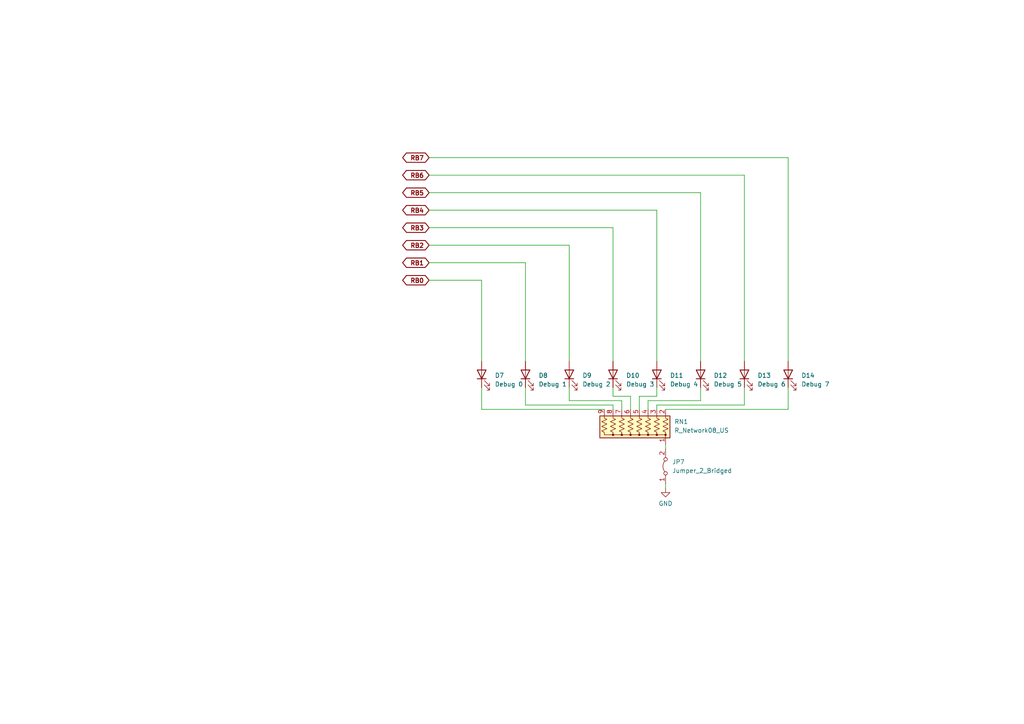
<source format=kicad_sch>
(kicad_sch (version 20211123) (generator eeschema)

  (uuid 31d4d824-fa3f-4f73-a983-6b77b692d6db)

  (paper "A4")

  (lib_symbols
    (symbol "Device:LED" (pin_numbers hide) (pin_names (offset 1.016) hide) (in_bom yes) (on_board yes)
      (property "Reference" "D" (id 0) (at 0 2.54 0)
        (effects (font (size 1.27 1.27)))
      )
      (property "Value" "LED" (id 1) (at 0 -2.54 0)
        (effects (font (size 1.27 1.27)))
      )
      (property "Footprint" "" (id 2) (at 0 0 0)
        (effects (font (size 1.27 1.27)) hide)
      )
      (property "Datasheet" "~" (id 3) (at 0 0 0)
        (effects (font (size 1.27 1.27)) hide)
      )
      (property "ki_keywords" "LED diode" (id 4) (at 0 0 0)
        (effects (font (size 1.27 1.27)) hide)
      )
      (property "ki_description" "Light emitting diode" (id 5) (at 0 0 0)
        (effects (font (size 1.27 1.27)) hide)
      )
      (property "ki_fp_filters" "LED* LED_SMD:* LED_THT:*" (id 6) (at 0 0 0)
        (effects (font (size 1.27 1.27)) hide)
      )
      (symbol "LED_0_1"
        (polyline
          (pts
            (xy -1.27 -1.27)
            (xy -1.27 1.27)
          )
          (stroke (width 0.254) (type default) (color 0 0 0 0))
          (fill (type none))
        )
        (polyline
          (pts
            (xy -1.27 0)
            (xy 1.27 0)
          )
          (stroke (width 0) (type default) (color 0 0 0 0))
          (fill (type none))
        )
        (polyline
          (pts
            (xy 1.27 -1.27)
            (xy 1.27 1.27)
            (xy -1.27 0)
            (xy 1.27 -1.27)
          )
          (stroke (width 0.254) (type default) (color 0 0 0 0))
          (fill (type none))
        )
        (polyline
          (pts
            (xy -3.048 -0.762)
            (xy -4.572 -2.286)
            (xy -3.81 -2.286)
            (xy -4.572 -2.286)
            (xy -4.572 -1.524)
          )
          (stroke (width 0) (type default) (color 0 0 0 0))
          (fill (type none))
        )
        (polyline
          (pts
            (xy -1.778 -0.762)
            (xy -3.302 -2.286)
            (xy -2.54 -2.286)
            (xy -3.302 -2.286)
            (xy -3.302 -1.524)
          )
          (stroke (width 0) (type default) (color 0 0 0 0))
          (fill (type none))
        )
      )
      (symbol "LED_1_1"
        (pin passive line (at -3.81 0 0) (length 2.54)
          (name "K" (effects (font (size 1.27 1.27))))
          (number "1" (effects (font (size 1.27 1.27))))
        )
        (pin passive line (at 3.81 0 180) (length 2.54)
          (name "A" (effects (font (size 1.27 1.27))))
          (number "2" (effects (font (size 1.27 1.27))))
        )
      )
    )
    (symbol "Device:R_Network08_US" (pin_names (offset 0) hide) (in_bom yes) (on_board yes)
      (property "Reference" "RN" (id 0) (at -12.7 0 90)
        (effects (font (size 1.27 1.27)))
      )
      (property "Value" "R_Network08_US" (id 1) (at 10.16 0 90)
        (effects (font (size 1.27 1.27)))
      )
      (property "Footprint" "Resistor_THT:R_Array_SIP9" (id 2) (at 12.065 0 90)
        (effects (font (size 1.27 1.27)) hide)
      )
      (property "Datasheet" "http://www.vishay.com/docs/31509/csc.pdf" (id 3) (at 0 0 0)
        (effects (font (size 1.27 1.27)) hide)
      )
      (property "ki_keywords" "R network star-topology" (id 4) (at 0 0 0)
        (effects (font (size 1.27 1.27)) hide)
      )
      (property "ki_description" "8 resistor network, star topology, bussed resistors, small US symbol" (id 5) (at 0 0 0)
        (effects (font (size 1.27 1.27)) hide)
      )
      (property "ki_fp_filters" "R?Array?SIP*" (id 6) (at 0 0 0)
        (effects (font (size 1.27 1.27)) hide)
      )
      (symbol "R_Network08_US_0_1"
        (rectangle (start -11.43 -3.175) (end 8.89 3.175)
          (stroke (width 0.254) (type default) (color 0 0 0 0))
          (fill (type background))
        )
        (circle (center -10.16 2.286) (radius 0.254)
          (stroke (width 0) (type default) (color 0 0 0 0))
          (fill (type outline))
        )
        (circle (center -7.62 2.286) (radius 0.254)
          (stroke (width 0) (type default) (color 0 0 0 0))
          (fill (type outline))
        )
        (circle (center -5.08 2.286) (radius 0.254)
          (stroke (width 0) (type default) (color 0 0 0 0))
          (fill (type outline))
        )
        (circle (center -2.54 2.286) (radius 0.254)
          (stroke (width 0) (type default) (color 0 0 0 0))
          (fill (type outline))
        )
        (polyline
          (pts
            (xy -10.16 2.286)
            (xy 7.62 2.286)
          )
          (stroke (width 0) (type default) (color 0 0 0 0))
          (fill (type none))
        )
        (polyline
          (pts
            (xy -10.16 2.286)
            (xy -10.16 1.524)
            (xy -9.398 1.1684)
            (xy -10.922 0.508)
            (xy -9.398 -0.1524)
            (xy -10.922 -0.8382)
            (xy -9.398 -1.524)
            (xy -10.922 -2.1844)
            (xy -10.16 -2.54)
            (xy -10.16 -3.81)
          )
          (stroke (width 0) (type default) (color 0 0 0 0))
          (fill (type none))
        )
        (polyline
          (pts
            (xy -7.62 2.286)
            (xy -7.62 1.524)
            (xy -6.858 1.1684)
            (xy -8.382 0.508)
            (xy -6.858 -0.1524)
            (xy -8.382 -0.8382)
            (xy -6.858 -1.524)
            (xy -8.382 -2.1844)
            (xy -7.62 -2.54)
            (xy -7.62 -3.81)
          )
          (stroke (width 0) (type default) (color 0 0 0 0))
          (fill (type none))
        )
        (polyline
          (pts
            (xy -5.08 2.286)
            (xy -5.08 1.524)
            (xy -4.318 1.1684)
            (xy -5.842 0.508)
            (xy -4.318 -0.1524)
            (xy -5.842 -0.8382)
            (xy -4.318 -1.524)
            (xy -5.842 -2.1844)
            (xy -5.08 -2.54)
            (xy -5.08 -3.81)
          )
          (stroke (width 0) (type default) (color 0 0 0 0))
          (fill (type none))
        )
        (polyline
          (pts
            (xy -2.54 2.286)
            (xy -2.54 1.524)
            (xy -1.778 1.1684)
            (xy -3.302 0.508)
            (xy -1.778 -0.1524)
            (xy -3.302 -0.8382)
            (xy -1.778 -1.524)
            (xy -3.302 -2.1844)
            (xy -2.54 -2.54)
            (xy -2.54 -3.81)
          )
          (stroke (width 0) (type default) (color 0 0 0 0))
          (fill (type none))
        )
        (polyline
          (pts
            (xy 0 2.286)
            (xy 0 1.524)
            (xy 0.762 1.1684)
            (xy -0.762 0.508)
            (xy 0.762 -0.1524)
            (xy -0.762 -0.8382)
            (xy 0.762 -1.524)
            (xy -0.762 -2.1844)
            (xy 0 -2.54)
            (xy 0 -3.81)
          )
          (stroke (width 0) (type default) (color 0 0 0 0))
          (fill (type none))
        )
        (polyline
          (pts
            (xy 2.54 2.286)
            (xy 2.54 1.524)
            (xy 3.302 1.1684)
            (xy 1.778 0.508)
            (xy 3.302 -0.1524)
            (xy 1.778 -0.8382)
            (xy 3.302 -1.524)
            (xy 1.778 -2.1844)
            (xy 2.54 -2.54)
            (xy 2.54 -3.81)
          )
          (stroke (width 0) (type default) (color 0 0 0 0))
          (fill (type none))
        )
        (polyline
          (pts
            (xy 5.08 2.286)
            (xy 5.08 1.524)
            (xy 5.842 1.1684)
            (xy 4.318 0.508)
            (xy 5.842 -0.1524)
            (xy 4.318 -0.8382)
            (xy 5.842 -1.524)
            (xy 4.318 -2.1844)
            (xy 5.08 -2.54)
            (xy 5.08 -3.81)
          )
          (stroke (width 0) (type default) (color 0 0 0 0))
          (fill (type none))
        )
        (polyline
          (pts
            (xy 7.62 2.286)
            (xy 7.62 1.524)
            (xy 8.382 1.1684)
            (xy 6.858 0.508)
            (xy 8.382 -0.1524)
            (xy 6.858 -0.8382)
            (xy 8.382 -1.524)
            (xy 6.858 -2.1844)
            (xy 7.62 -2.54)
            (xy 7.62 -3.81)
          )
          (stroke (width 0) (type default) (color 0 0 0 0))
          (fill (type none))
        )
        (circle (center 0 2.286) (radius 0.254)
          (stroke (width 0) (type default) (color 0 0 0 0))
          (fill (type outline))
        )
        (circle (center 2.54 2.286) (radius 0.254)
          (stroke (width 0) (type default) (color 0 0 0 0))
          (fill (type outline))
        )
        (circle (center 5.08 2.286) (radius 0.254)
          (stroke (width 0) (type default) (color 0 0 0 0))
          (fill (type outline))
        )
      )
      (symbol "R_Network08_US_1_1"
        (pin passive line (at -10.16 5.08 270) (length 2.54)
          (name "common" (effects (font (size 1.27 1.27))))
          (number "1" (effects (font (size 1.27 1.27))))
        )
        (pin passive line (at -10.16 -5.08 90) (length 1.27)
          (name "R1" (effects (font (size 1.27 1.27))))
          (number "2" (effects (font (size 1.27 1.27))))
        )
        (pin passive line (at -7.62 -5.08 90) (length 1.27)
          (name "R2" (effects (font (size 1.27 1.27))))
          (number "3" (effects (font (size 1.27 1.27))))
        )
        (pin passive line (at -5.08 -5.08 90) (length 1.27)
          (name "R3" (effects (font (size 1.27 1.27))))
          (number "4" (effects (font (size 1.27 1.27))))
        )
        (pin passive line (at -2.54 -5.08 90) (length 1.27)
          (name "R4" (effects (font (size 1.27 1.27))))
          (number "5" (effects (font (size 1.27 1.27))))
        )
        (pin passive line (at 0 -5.08 90) (length 1.27)
          (name "R5" (effects (font (size 1.27 1.27))))
          (number "6" (effects (font (size 1.27 1.27))))
        )
        (pin passive line (at 2.54 -5.08 90) (length 1.27)
          (name "R6" (effects (font (size 1.27 1.27))))
          (number "7" (effects (font (size 1.27 1.27))))
        )
        (pin passive line (at 5.08 -5.08 90) (length 1.27)
          (name "R7" (effects (font (size 1.27 1.27))))
          (number "8" (effects (font (size 1.27 1.27))))
        )
        (pin passive line (at 7.62 -5.08 90) (length 1.27)
          (name "R8" (effects (font (size 1.27 1.27))))
          (number "9" (effects (font (size 1.27 1.27))))
        )
      )
    )
    (symbol "Jumper:Jumper_2_Bridged" (pin_names (offset 0) hide) (in_bom yes) (on_board yes)
      (property "Reference" "JP" (id 0) (at 0 1.905 0)
        (effects (font (size 1.27 1.27)))
      )
      (property "Value" "Jumper_2_Bridged" (id 1) (at 0 -2.54 0)
        (effects (font (size 1.27 1.27)))
      )
      (property "Footprint" "" (id 2) (at 0 0 0)
        (effects (font (size 1.27 1.27)) hide)
      )
      (property "Datasheet" "~" (id 3) (at 0 0 0)
        (effects (font (size 1.27 1.27)) hide)
      )
      (property "ki_keywords" "Jumper SPST" (id 4) (at 0 0 0)
        (effects (font (size 1.27 1.27)) hide)
      )
      (property "ki_description" "Jumper, 2-pole, closed/bridged" (id 5) (at 0 0 0)
        (effects (font (size 1.27 1.27)) hide)
      )
      (property "ki_fp_filters" "Jumper* TestPoint*2Pads* TestPoint*Bridge*" (id 6) (at 0 0 0)
        (effects (font (size 1.27 1.27)) hide)
      )
      (symbol "Jumper_2_Bridged_0_0"
        (circle (center -2.032 0) (radius 0.508)
          (stroke (width 0) (type default) (color 0 0 0 0))
          (fill (type none))
        )
        (circle (center 2.032 0) (radius 0.508)
          (stroke (width 0) (type default) (color 0 0 0 0))
          (fill (type none))
        )
      )
      (symbol "Jumper_2_Bridged_0_1"
        (arc (start 1.524 0.254) (mid 0 0.762) (end -1.524 0.254)
          (stroke (width 0) (type default) (color 0 0 0 0))
          (fill (type none))
        )
      )
      (symbol "Jumper_2_Bridged_1_1"
        (pin passive line (at -5.08 0 0) (length 2.54)
          (name "A" (effects (font (size 1.27 1.27))))
          (number "1" (effects (font (size 1.27 1.27))))
        )
        (pin passive line (at 5.08 0 180) (length 2.54)
          (name "B" (effects (font (size 1.27 1.27))))
          (number "2" (effects (font (size 1.27 1.27))))
        )
      )
    )
    (symbol "power:GND" (power) (pin_names (offset 0)) (in_bom yes) (on_board yes)
      (property "Reference" "#PWR" (id 0) (at 0 -6.35 0)
        (effects (font (size 1.27 1.27)) hide)
      )
      (property "Value" "GND" (id 1) (at 0 -3.81 0)
        (effects (font (size 1.27 1.27)))
      )
      (property "Footprint" "" (id 2) (at 0 0 0)
        (effects (font (size 1.27 1.27)) hide)
      )
      (property "Datasheet" "" (id 3) (at 0 0 0)
        (effects (font (size 1.27 1.27)) hide)
      )
      (property "ki_keywords" "power-flag" (id 4) (at 0 0 0)
        (effects (font (size 1.27 1.27)) hide)
      )
      (property "ki_description" "Power symbol creates a global label with name \"GND\" , ground" (id 5) (at 0 0 0)
        (effects (font (size 1.27 1.27)) hide)
      )
      (symbol "GND_0_1"
        (polyline
          (pts
            (xy 0 0)
            (xy 0 -1.27)
            (xy 1.27 -1.27)
            (xy 0 -2.54)
            (xy -1.27 -1.27)
            (xy 0 -1.27)
          )
          (stroke (width 0) (type default) (color 0 0 0 0))
          (fill (type none))
        )
      )
      (symbol "GND_1_1"
        (pin power_in line (at 0 0 270) (length 0) hide
          (name "GND" (effects (font (size 1.27 1.27))))
          (number "1" (effects (font (size 1.27 1.27))))
        )
      )
    )
  )


  (wire (pts (xy 228.6 112.395) (xy 228.6 118.745))
    (stroke (width 0) (type default) (color 0 0 0 0))
    (uuid 01ed2f85-4f28-432a-84c1-4c0072fd46e3)
  )
  (wire (pts (xy 152.4 112.395) (xy 152.4 117.475))
    (stroke (width 0) (type default) (color 0 0 0 0))
    (uuid 084002e1-72a7-437f-b586-bd62b1358379)
  )
  (wire (pts (xy 193.04 140.335) (xy 193.04 141.605))
    (stroke (width 0) (type default) (color 0 0 0 0))
    (uuid 0908d014-a548-4233-95a4-bf76e43da03e)
  )
  (wire (pts (xy 177.8 114.935) (xy 182.88 114.935))
    (stroke (width 0) (type default) (color 0 0 0 0))
    (uuid 0b900f27-0c59-4583-9a55-b6cf0645d118)
  )
  (wire (pts (xy 190.5 60.96) (xy 190.5 104.775))
    (stroke (width 0) (type default) (color 0 0 0 0))
    (uuid 0d7286d4-28d6-4dd8-ab5b-0f7b2cf3d84d)
  )
  (wire (pts (xy 180.34 116.205) (xy 180.34 118.745))
    (stroke (width 0) (type default) (color 0 0 0 0))
    (uuid 1965d59c-bdb0-4091-8fba-2825e80311b1)
  )
  (wire (pts (xy 165.1 104.775) (xy 165.1 71.12))
    (stroke (width 0) (type default) (color 0 0 0 0))
    (uuid 1cb3ae9e-8639-4313-92b3-6693d1e6e395)
  )
  (wire (pts (xy 203.2 55.88) (xy 124.46 55.88))
    (stroke (width 0) (type default) (color 0 0 0 0))
    (uuid 20d1c083-cdf8-4cd1-9724-1aaf093ec13c)
  )
  (wire (pts (xy 215.9 117.475) (xy 190.5 117.475))
    (stroke (width 0) (type default) (color 0 0 0 0))
    (uuid 20d83623-f242-4d7f-be85-242006ec1980)
  )
  (wire (pts (xy 228.6 118.745) (xy 193.04 118.745))
    (stroke (width 0) (type default) (color 0 0 0 0))
    (uuid 274b8c99-ec8c-4fb3-bf96-0368bcf3e96c)
  )
  (wire (pts (xy 124.46 60.96) (xy 190.5 60.96))
    (stroke (width 0) (type default) (color 0 0 0 0))
    (uuid 2949c690-4af3-4393-a998-f1fd66b50602)
  )
  (wire (pts (xy 203.2 112.395) (xy 203.2 116.205))
    (stroke (width 0) (type default) (color 0 0 0 0))
    (uuid 2da7270c-ddce-481e-a7b6-3a70716a6dc5)
  )
  (wire (pts (xy 190.5 112.395) (xy 190.5 114.935))
    (stroke (width 0) (type default) (color 0 0 0 0))
    (uuid 3270db57-6ace-49b9-89e9-2f8143a333b5)
  )
  (wire (pts (xy 203.2 104.775) (xy 203.2 55.88))
    (stroke (width 0) (type default) (color 0 0 0 0))
    (uuid 3fd63ce6-f9e5-45da-8476-e3f26a94ae28)
  )
  (wire (pts (xy 165.1 71.12) (xy 124.46 71.12))
    (stroke (width 0) (type default) (color 0 0 0 0))
    (uuid 54fec53c-03c1-4359-a909-0b23d08e68f4)
  )
  (wire (pts (xy 165.1 116.205) (xy 180.34 116.205))
    (stroke (width 0) (type default) (color 0 0 0 0))
    (uuid 5d0ca7ae-4aa6-4fce-a4df-0cb55427b4d4)
  )
  (wire (pts (xy 139.7 104.775) (xy 139.7 81.28))
    (stroke (width 0) (type default) (color 0 0 0 0))
    (uuid 5d231739-ff4c-470b-a76b-54acc02bd3e9)
  )
  (wire (pts (xy 152.4 117.475) (xy 177.8 117.475))
    (stroke (width 0) (type default) (color 0 0 0 0))
    (uuid 60884fc4-8b4a-462f-b56c-3295841d1c73)
  )
  (wire (pts (xy 177.8 104.775) (xy 177.8 66.04))
    (stroke (width 0) (type default) (color 0 0 0 0))
    (uuid 6be01060-cb1d-41aa-b4ba-b30fc21ceb95)
  )
  (wire (pts (xy 187.96 116.205) (xy 187.96 118.745))
    (stroke (width 0) (type default) (color 0 0 0 0))
    (uuid 7656cb43-7329-4230-8a91-cc0769f0afe1)
  )
  (wire (pts (xy 165.1 112.395) (xy 165.1 116.205))
    (stroke (width 0) (type default) (color 0 0 0 0))
    (uuid 7cef85e2-0872-4389-92bd-1c56cc826bc3)
  )
  (wire (pts (xy 228.6 104.775) (xy 228.6 45.72))
    (stroke (width 0) (type default) (color 0 0 0 0))
    (uuid 839fd4de-6bee-4f34-bb68-262b4b1f43d0)
  )
  (wire (pts (xy 139.7 112.395) (xy 139.7 118.745))
    (stroke (width 0) (type default) (color 0 0 0 0))
    (uuid 847dacf3-0b21-4991-b8bb-f681cc03db31)
  )
  (wire (pts (xy 190.5 117.475) (xy 190.5 118.745))
    (stroke (width 0) (type default) (color 0 0 0 0))
    (uuid 903a7851-2e17-4509-8670-bd1f775618e7)
  )
  (wire (pts (xy 185.42 114.935) (xy 185.42 118.745))
    (stroke (width 0) (type default) (color 0 0 0 0))
    (uuid 952688c6-a1a9-4e25-bf6b-aca0678b9fbc)
  )
  (wire (pts (xy 139.7 81.28) (xy 124.46 81.28))
    (stroke (width 0) (type default) (color 0 0 0 0))
    (uuid 9892b9a1-c668-425c-85e4-8313281a5618)
  )
  (wire (pts (xy 190.5 114.935) (xy 185.42 114.935))
    (stroke (width 0) (type default) (color 0 0 0 0))
    (uuid 99312b0b-c9d2-498f-93a5-110e2cd8730a)
  )
  (wire (pts (xy 177.8 117.475) (xy 177.8 118.745))
    (stroke (width 0) (type default) (color 0 0 0 0))
    (uuid 9e9e59aa-f274-4e2a-adf0-807b40476dd1)
  )
  (wire (pts (xy 124.46 76.2) (xy 152.4 76.2))
    (stroke (width 0) (type default) (color 0 0 0 0))
    (uuid a054c65c-23f7-422f-9d6d-384acc0b39a5)
  )
  (wire (pts (xy 177.8 66.04) (xy 124.46 66.04))
    (stroke (width 0) (type default) (color 0 0 0 0))
    (uuid af19a0dc-9639-48e8-b178-fc6fbb8db2e8)
  )
  (wire (pts (xy 139.7 118.745) (xy 175.26 118.745))
    (stroke (width 0) (type default) (color 0 0 0 0))
    (uuid aff20bfb-a38d-483c-a44d-9d6cbe006bfa)
  )
  (wire (pts (xy 215.9 50.8) (xy 215.9 104.775))
    (stroke (width 0) (type default) (color 0 0 0 0))
    (uuid b35ba7f2-82ad-41b1-860c-f8865c3fba17)
  )
  (wire (pts (xy 215.9 112.395) (xy 215.9 117.475))
    (stroke (width 0) (type default) (color 0 0 0 0))
    (uuid ba85a3d9-9aac-424e-ad40-1f63df9a095b)
  )
  (wire (pts (xy 193.04 128.905) (xy 193.04 130.175))
    (stroke (width 0) (type default) (color 0 0 0 0))
    (uuid c15cebbb-a6ee-4e47-89b1-ddec340a2783)
  )
  (wire (pts (xy 177.8 112.395) (xy 177.8 114.935))
    (stroke (width 0) (type default) (color 0 0 0 0))
    (uuid c4d55d89-b74d-4283-becd-bfc4db73de70)
  )
  (wire (pts (xy 182.88 114.935) (xy 182.88 118.745))
    (stroke (width 0) (type default) (color 0 0 0 0))
    (uuid c6eaca22-6c0e-486e-8890-b94a964b872e)
  )
  (wire (pts (xy 124.46 50.8) (xy 215.9 50.8))
    (stroke (width 0) (type default) (color 0 0 0 0))
    (uuid dab86d41-02c2-43f1-beb7-95c50c0ee123)
  )
  (wire (pts (xy 152.4 76.2) (xy 152.4 104.775))
    (stroke (width 0) (type default) (color 0 0 0 0))
    (uuid e6a48e10-c4fa-4c72-af04-a6844433e597)
  )
  (wire (pts (xy 203.2 116.205) (xy 187.96 116.205))
    (stroke (width 0) (type default) (color 0 0 0 0))
    (uuid ea93bfc3-57b5-496e-8114-556159b339fe)
  )
  (wire (pts (xy 124.46 45.72) (xy 228.6 45.72))
    (stroke (width 0) (type default) (color 0 0 0 0))
    (uuid f80beb1e-3945-4608-969c-ea65260003ef)
  )

  (global_label "RB3" (shape bidirectional) (at 124.46 66.04 180) (fields_autoplaced)
    (effects (font (size 1.27 1.27) bold) (justify right))
    (uuid 3a8a8af5-fe8e-478b-8b3b-47dbb92098a0)
    (property "Intersheet References" "${INTERSHEET_REFS}" (id 0) (at 118.107 66.167 0)
      (effects (font (size 1.27 1.27) bold) (justify right) hide)
    )
  )
  (global_label "RB7" (shape bidirectional) (at 124.46 45.72 180) (fields_autoplaced)
    (effects (font (size 1.27 1.27) bold) (justify right))
    (uuid 3a8da08f-671c-4961-9e59-b9f9f6f59f40)
    (property "Intersheet References" "${INTERSHEET_REFS}" (id 0) (at 118.107 45.847 0)
      (effects (font (size 1.27 1.27) bold) (justify right) hide)
    )
  )
  (global_label "RB6" (shape bidirectional) (at 124.46 50.8 180) (fields_autoplaced)
    (effects (font (size 1.27 1.27) bold) (justify right))
    (uuid 8ec64d82-2363-409c-b276-2562d28f496f)
    (property "Intersheet References" "${INTERSHEET_REFS}" (id 0) (at 118.107 50.927 0)
      (effects (font (size 1.27 1.27) bold) (justify right) hide)
    )
  )
  (global_label "RB4" (shape bidirectional) (at 124.46 60.96 180) (fields_autoplaced)
    (effects (font (size 1.27 1.27) bold) (justify right))
    (uuid 96c87177-4dca-4d03-a115-9e5d470ae25d)
    (property "Intersheet References" "${INTERSHEET_REFS}" (id 0) (at 118.107 61.087 0)
      (effects (font (size 1.27 1.27) bold) (justify right) hide)
    )
  )
  (global_label "RB2" (shape bidirectional) (at 124.46 71.12 180) (fields_autoplaced)
    (effects (font (size 1.27 1.27) bold) (justify right))
    (uuid 9d7fb73d-2f70-4c63-a519-17b6f1e22909)
    (property "Intersheet References" "${INTERSHEET_REFS}" (id 0) (at 118.107 71.247 0)
      (effects (font (size 1.27 1.27) bold) (justify right) hide)
    )
  )
  (global_label "RB1" (shape bidirectional) (at 124.46 76.2 180) (fields_autoplaced)
    (effects (font (size 1.27 1.27) bold) (justify right))
    (uuid cf02358c-777a-4a61-9486-2be6adb509a9)
    (property "Intersheet References" "${INTERSHEET_REFS}" (id 0) (at 118.107 76.327 0)
      (effects (font (size 1.27 1.27) bold) (justify right) hide)
    )
  )
  (global_label "RB5" (shape bidirectional) (at 124.46 55.88 180) (fields_autoplaced)
    (effects (font (size 1.27 1.27) bold) (justify right))
    (uuid d3bf2054-44a4-4c81-bf69-921774248769)
    (property "Intersheet References" "${INTERSHEET_REFS}" (id 0) (at 118.107 56.007 0)
      (effects (font (size 1.27 1.27) bold) (justify right) hide)
    )
  )
  (global_label "RB0" (shape bidirectional) (at 124.46 81.28 180) (fields_autoplaced)
    (effects (font (size 1.27 1.27) bold) (justify right))
    (uuid dfd7efa9-041f-46eb-9ae0-397ef4385b5d)
    (property "Intersheet References" "${INTERSHEET_REFS}" (id 0) (at 118.107 81.407 0)
      (effects (font (size 1.27 1.27) bold) (justify right) hide)
    )
  )

  (symbol (lib_id "Device:LED") (at 139.7 108.585 90) (unit 1)
    (in_bom yes) (on_board yes) (fields_autoplaced)
    (uuid 094a0c1f-b730-467c-a18f-bd93e610cadb)
    (property "Reference" "D7" (id 0) (at 143.51 108.9024 90)
      (effects (font (size 1.27 1.27)) (justify right))
    )
    (property "Value" "Debug 0" (id 1) (at 143.51 111.4424 90)
      (effects (font (size 1.27 1.27)) (justify right))
    )
    (property "Footprint" "Diode_SMD:D_0805_2012Metric_Pad1.15x1.40mm_HandSolder" (id 2) (at 139.7 108.585 0)
      (effects (font (size 1.27 1.27)) hide)
    )
    (property "Datasheet" "~" (id 3) (at 139.7 108.585 0)
      (effects (font (size 1.27 1.27)) hide)
    )
    (pin "1" (uuid bb371772-d0f6-470c-9b89-1b784a7f6d1c))
    (pin "2" (uuid 122c178e-01e0-47d8-bbf7-ab6f7ee373d7))
  )

  (symbol (lib_id "Device:R_Network08_US") (at 182.88 123.825 180) (unit 1)
    (in_bom yes) (on_board yes) (fields_autoplaced)
    (uuid 16eb2dc7-5858-4824-8132-5539c8926762)
    (property "Reference" "RN1" (id 0) (at 195.58 122.3009 0)
      (effects (font (size 1.27 1.27)) (justify right))
    )
    (property "Value" "R_Network08_US" (id 1) (at 195.58 124.8409 0)
      (effects (font (size 1.27 1.27)) (justify right))
    )
    (property "Footprint" "Resistor_THT:R_Array_SIP9" (id 2) (at 170.815 123.825 90)
      (effects (font (size 1.27 1.27)) hide)
    )
    (property "Datasheet" "http://www.vishay.com/docs/31509/csc.pdf" (id 3) (at 182.88 123.825 0)
      (effects (font (size 1.27 1.27)) hide)
    )
    (pin "1" (uuid 799984b0-b44f-4b3d-9e97-2d96280b2ac3))
    (pin "2" (uuid 3c9069a7-4381-4e8c-8f18-e70ff974d619))
    (pin "3" (uuid 5fdcb0aa-6b37-4c13-949a-5c1d4f72880d))
    (pin "4" (uuid fac8b674-4c67-4e6e-9615-41a362cce8b4))
    (pin "5" (uuid 0879be65-2563-46e9-b3e7-188ac9968573))
    (pin "6" (uuid 02ff266e-f817-450c-9a85-2d4077dec1c6))
    (pin "7" (uuid 8ba18160-1fad-4fa6-ac7e-4c6dd4ceb7b5))
    (pin "8" (uuid 78aee354-58bb-45aa-a96e-41ad1f9357b0))
    (pin "9" (uuid 8f902ff0-5f4a-49c5-80df-a47727b32ef1))
  )

  (symbol (lib_id "power:GND") (at 193.04 141.605 0) (unit 1)
    (in_bom yes) (on_board yes) (fields_autoplaced)
    (uuid 2a1e2584-d086-497a-8946-b9689169938c)
    (property "Reference" "#PWR019" (id 0) (at 193.04 147.955 0)
      (effects (font (size 1.27 1.27)) hide)
    )
    (property "Value" "GND" (id 1) (at 193.04 146.05 0))
    (property "Footprint" "" (id 2) (at 193.04 141.605 0)
      (effects (font (size 1.27 1.27)) hide)
    )
    (property "Datasheet" "" (id 3) (at 193.04 141.605 0)
      (effects (font (size 1.27 1.27)) hide)
    )
    (pin "1" (uuid 23e3cf96-a246-4125-b41c-eac135d19d65))
  )

  (symbol (lib_id "Device:LED") (at 165.1 108.585 90) (unit 1)
    (in_bom yes) (on_board yes) (fields_autoplaced)
    (uuid 306259eb-c0d2-484a-bd06-0b7f6cd63912)
    (property "Reference" "D9" (id 0) (at 168.91 108.9024 90)
      (effects (font (size 1.27 1.27)) (justify right))
    )
    (property "Value" "Debug 2" (id 1) (at 168.91 111.4424 90)
      (effects (font (size 1.27 1.27)) (justify right))
    )
    (property "Footprint" "Diode_SMD:D_0805_2012Metric_Pad1.15x1.40mm_HandSolder" (id 2) (at 165.1 108.585 0)
      (effects (font (size 1.27 1.27)) hide)
    )
    (property "Datasheet" "~" (id 3) (at 165.1 108.585 0)
      (effects (font (size 1.27 1.27)) hide)
    )
    (pin "1" (uuid 1c02a0f5-58bc-4329-a3e6-791d13335b5a))
    (pin "2" (uuid b34fa30b-1a0e-4ef8-a11f-ca7f95843f46))
  )

  (symbol (lib_id "Device:LED") (at 228.6 108.585 90) (unit 1)
    (in_bom yes) (on_board yes) (fields_autoplaced)
    (uuid 7640d25f-05ed-4687-8337-39b6f1e8f871)
    (property "Reference" "D14" (id 0) (at 232.41 108.9024 90)
      (effects (font (size 1.27 1.27)) (justify right))
    )
    (property "Value" "Debug 7" (id 1) (at 232.41 111.4424 90)
      (effects (font (size 1.27 1.27)) (justify right))
    )
    (property "Footprint" "Diode_SMD:D_0805_2012Metric_Pad1.15x1.40mm_HandSolder" (id 2) (at 228.6 108.585 0)
      (effects (font (size 1.27 1.27)) hide)
    )
    (property "Datasheet" "~" (id 3) (at 228.6 108.585 0)
      (effects (font (size 1.27 1.27)) hide)
    )
    (pin "1" (uuid 945d47af-d960-4b3b-a74a-4317c9add362))
    (pin "2" (uuid 970ac703-3d26-4d67-97f6-82bc7b333ae4))
  )

  (symbol (lib_id "Device:LED") (at 190.5 108.585 90) (unit 1)
    (in_bom yes) (on_board yes)
    (uuid 78c186a4-ba8c-4e02-9984-fd50f2d12f43)
    (property "Reference" "D11" (id 0) (at 194.31 108.9024 90)
      (effects (font (size 1.27 1.27)) (justify right))
    )
    (property "Value" "Debug 4" (id 1) (at 194.31 111.4424 90)
      (effects (font (size 1.27 1.27)) (justify right))
    )
    (property "Footprint" "Diode_SMD:D_0805_2012Metric_Pad1.15x1.40mm_HandSolder" (id 2) (at 190.5 108.585 0)
      (effects (font (size 1.27 1.27)) hide)
    )
    (property "Datasheet" "~" (id 3) (at 190.5 108.585 0)
      (effects (font (size 1.27 1.27)) hide)
    )
    (pin "1" (uuid b27a1243-b629-4a10-b7ea-7a69e0dfd98b))
    (pin "2" (uuid 80643ba1-c0b8-4fd2-8160-3da0482b334c))
  )

  (symbol (lib_id "Device:LED") (at 203.2 108.585 90) (unit 1)
    (in_bom yes) (on_board yes) (fields_autoplaced)
    (uuid 7cfc3322-28d8-40e1-9a5f-70fd9cbf9636)
    (property "Reference" "D12" (id 0) (at 207.01 108.9024 90)
      (effects (font (size 1.27 1.27)) (justify right))
    )
    (property "Value" "Debug 5" (id 1) (at 207.01 111.4424 90)
      (effects (font (size 1.27 1.27)) (justify right))
    )
    (property "Footprint" "Diode_SMD:D_0805_2012Metric_Pad1.15x1.40mm_HandSolder" (id 2) (at 203.2 108.585 0)
      (effects (font (size 1.27 1.27)) hide)
    )
    (property "Datasheet" "~" (id 3) (at 203.2 108.585 0)
      (effects (font (size 1.27 1.27)) hide)
    )
    (pin "1" (uuid 84f26e7a-f8fa-4a4b-98a8-c5717104a0a4))
    (pin "2" (uuid 0cc1dd83-5c90-420d-9851-51d341aa4817))
  )

  (symbol (lib_id "Device:LED") (at 215.9 108.585 90) (unit 1)
    (in_bom yes) (on_board yes)
    (uuid 9ebb28ef-ffc4-4ed2-805f-76802270e3a3)
    (property "Reference" "D13" (id 0) (at 219.71 108.9024 90)
      (effects (font (size 1.27 1.27)) (justify right))
    )
    (property "Value" "Debug 6" (id 1) (at 219.71 111.4424 90)
      (effects (font (size 1.27 1.27)) (justify right))
    )
    (property "Footprint" "Diode_SMD:D_0805_2012Metric_Pad1.15x1.40mm_HandSolder" (id 2) (at 215.9 108.585 0)
      (effects (font (size 1.27 1.27)) hide)
    )
    (property "Datasheet" "~" (id 3) (at 215.9 108.585 0)
      (effects (font (size 1.27 1.27)) hide)
    )
    (pin "1" (uuid edaf39f2-96ae-42d2-98c1-2cb10b7dfd12))
    (pin "2" (uuid 69cd35a4-d00f-47da-888d-bf4b6eb9bfb7))
  )

  (symbol (lib_id "Jumper:Jumper_2_Bridged") (at 193.04 135.255 90) (unit 1)
    (in_bom yes) (on_board yes) (fields_autoplaced)
    (uuid ae6f7838-7bae-465a-871f-6f6089ceb79b)
    (property "Reference" "JP7" (id 0) (at 194.945 133.9849 90)
      (effects (font (size 1.27 1.27)) (justify right))
    )
    (property "Value" "Jumper_2_Bridged" (id 1) (at 194.945 136.5249 90)
      (effects (font (size 1.27 1.27)) (justify right))
    )
    (property "Footprint" "Connector_PinHeader_1.00mm:PinHeader_1x02_P1.00mm_Vertical" (id 2) (at 193.04 135.255 0)
      (effects (font (size 1.27 1.27)) hide)
    )
    (property "Datasheet" "~" (id 3) (at 193.04 135.255 0)
      (effects (font (size 1.27 1.27)) hide)
    )
    (pin "1" (uuid 84091c05-9949-4cc2-b554-f505641ff925))
    (pin "2" (uuid 502dc65d-0bc2-4b83-9cde-137181b52fcd))
  )

  (symbol (lib_id "Device:LED") (at 177.8 108.585 90) (unit 1)
    (in_bom yes) (on_board yes)
    (uuid b1000839-194c-4e6c-a633-8f20714c152d)
    (property "Reference" "D10" (id 0) (at 181.61 108.9024 90)
      (effects (font (size 1.27 1.27)) (justify right))
    )
    (property "Value" "Debug 3" (id 1) (at 181.61 111.4424 90)
      (effects (font (size 1.27 1.27)) (justify right))
    )
    (property "Footprint" "Diode_SMD:D_0805_2012Metric_Pad1.15x1.40mm_HandSolder" (id 2) (at 177.8 108.585 0)
      (effects (font (size 1.27 1.27)) hide)
    )
    (property "Datasheet" "~" (id 3) (at 177.8 108.585 0)
      (effects (font (size 1.27 1.27)) hide)
    )
    (pin "1" (uuid 34cd8008-bc16-4652-a3e4-53caa4102006))
    (pin "2" (uuid 0285d319-f61a-4266-8935-cc8a37c176fa))
  )

  (symbol (lib_id "Device:LED") (at 152.4 108.585 90) (unit 1)
    (in_bom yes) (on_board yes)
    (uuid e9051a94-4f43-4a04-bc17-d0c2308cd658)
    (property "Reference" "D8" (id 0) (at 156.21 108.9024 90)
      (effects (font (size 1.27 1.27)) (justify right))
    )
    (property "Value" "Debug 1" (id 1) (at 156.21 111.4424 90)
      (effects (font (size 1.27 1.27)) (justify right))
    )
    (property "Footprint" "Diode_SMD:D_0805_2012Metric_Pad1.15x1.40mm_HandSolder" (id 2) (at 152.4 108.585 0)
      (effects (font (size 1.27 1.27)) hide)
    )
    (property "Datasheet" "~" (id 3) (at 152.4 108.585 0)
      (effects (font (size 1.27 1.27)) hide)
    )
    (pin "1" (uuid 96b9ecc9-dec3-4cad-9174-bb2be634c7f9))
    (pin "2" (uuid 8bfb86f6-f866-43ce-911c-6cbb9f482da8))
  )
)

</source>
